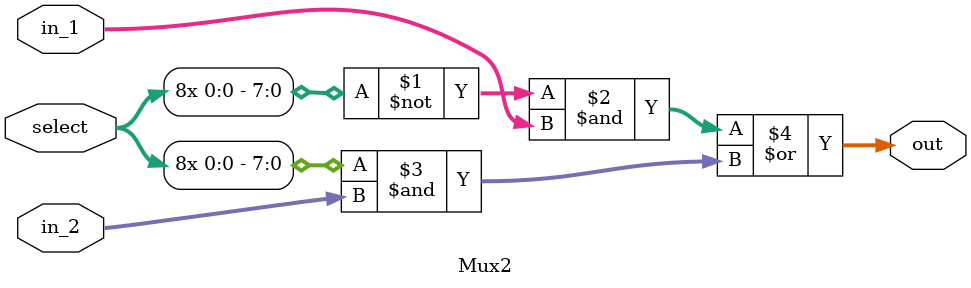
<source format=v>
module Mux2 (
    input select,
    input [7:0] in_1,
    input [7:0] in_2,
    output [7:0] out
);
    // When `select` is 0, `in_1` is outputted, otherwise
    // `in_2` is outputted.
    assign out = (~{8{select}} & in_1) | ({8{select}} & in_2);
endmodule

</source>
